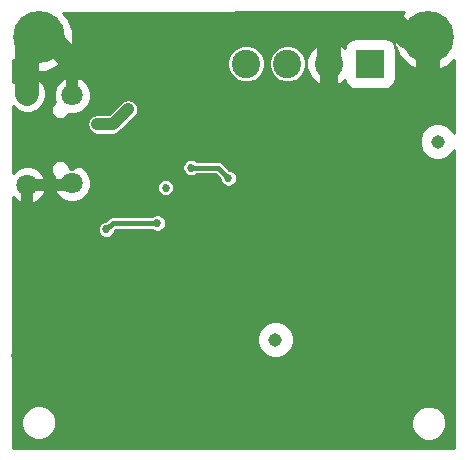
<source format=gbl>
G04 #@! TF.FileFunction,Copper,L2,Bot,Signal*
%FSLAX46Y46*%
G04 Gerber Fmt 4.6, Leading zero omitted, Abs format (unit mm)*
G04 Created by KiCad (PCBNEW 4.0.7) date 01/01/18 12:24:39*
%MOMM*%
%LPD*%
G01*
G04 APERTURE LIST*
%ADD10C,0.100000*%
%ADD11C,1.143000*%
%ADD12C,4.400000*%
%ADD13C,2.400000*%
%ADD14R,2.400000X2.400000*%
%ADD15C,1.800000*%
%ADD16C,0.685800*%
%ADD17C,2.000000*%
%ADD18C,0.800000*%
%ADD19C,1.000000*%
%ADD20C,1.500000*%
%ADD21C,0.381000*%
%ADD22C,0.400000*%
%ADD23C,0.254000*%
G04 APERTURE END LIST*
D10*
D11*
X158724600Y-101447600D03*
X172466000Y-84683600D03*
D12*
X171678600Y-75793600D03*
X138709400Y-75869800D03*
D13*
X159751000Y-78092300D03*
X156251000Y-78092300D03*
X163251000Y-78092300D03*
D14*
X166751000Y-78092300D03*
D15*
X141545300Y-80780800D03*
X141520300Y-88230800D03*
X137720300Y-80630800D03*
X137720300Y-88380800D03*
D16*
X149428200Y-88582500D03*
X136779000Y-90855800D03*
X157454600Y-85598000D03*
X136779000Y-101282500D03*
X136779000Y-103187500D03*
X136779000Y-105029000D03*
X146164300Y-78524100D03*
X145161000Y-86677500D03*
X141541500Y-86804500D03*
X154940000Y-91592400D03*
X167690800Y-85902800D03*
X166903400Y-82169000D03*
X165938200Y-82245200D03*
X169697400Y-104698800D03*
X168732200Y-104698800D03*
X172720000Y-96697800D03*
X171856400Y-95402400D03*
X171792900Y-98145600D03*
X171094400Y-96774000D03*
X170713400Y-104775000D03*
X171729400Y-104800400D03*
X171704000Y-103860600D03*
X172643800Y-103936800D03*
X171767500Y-101600000D03*
X172669200Y-101688900D03*
X173456600Y-103047800D03*
X173482000Y-103987600D03*
X173456600Y-104851200D03*
X172542200Y-105257600D03*
X171627800Y-105613200D03*
X170662600Y-105892600D03*
X169646600Y-106349800D03*
X168681400Y-106451400D03*
X166243000Y-107124500D03*
X166014400Y-108077000D03*
X165227000Y-108077000D03*
X165290500Y-107188000D03*
X164465000Y-107188000D03*
X164465000Y-108013500D03*
X161493200Y-87541100D03*
X161493200Y-86525100D03*
X161493200Y-85509100D03*
X160477200Y-85509100D03*
X160477200Y-86525100D03*
X160477200Y-87541100D03*
X145211800Y-76581000D03*
X149656800Y-77812900D03*
X154749500Y-87782400D03*
X151574500Y-86893400D03*
X144411700Y-92113100D03*
X148729700Y-91579700D03*
X146240500Y-81953100D03*
X143662400Y-83210400D03*
D17*
X163251000Y-78092300D02*
X163251000Y-75189200D01*
X163207700Y-75145900D02*
X163207700Y-75133200D01*
X163251000Y-75189200D02*
X163207700Y-75145900D01*
X171678600Y-75793600D02*
X169875200Y-75793600D01*
X169875200Y-75793600D02*
X168757600Y-74676000D01*
X171678600Y-75793600D02*
X171678600Y-79565500D01*
X171678600Y-79565500D02*
X171665900Y-79578200D01*
D18*
X136779000Y-90855800D02*
X136779000Y-90043000D01*
D19*
X137720300Y-88380800D02*
X137720300Y-90041500D01*
X137720300Y-90041500D02*
X137706100Y-90055700D01*
X137720300Y-88380800D02*
X141370300Y-88380800D01*
X141370300Y-88380800D02*
X141520300Y-88230800D01*
X141545300Y-80780800D02*
X141545300Y-78342500D01*
D17*
X141757400Y-78130400D02*
X139496800Y-75869800D01*
D18*
X141545300Y-78342500D02*
X141757400Y-78130400D01*
D17*
X137720300Y-80630800D02*
X137720300Y-76858900D01*
X137720300Y-76858900D02*
X138709400Y-75869800D01*
X138709400Y-75869800D02*
X139496800Y-75869800D01*
D20*
X163251000Y-78092300D02*
X163251000Y-80802600D01*
X163251000Y-80802600D02*
X163360100Y-80911700D01*
D21*
X163387800Y-78932800D02*
X163576000Y-79121000D01*
X157454600Y-85598000D02*
X157454600Y-84747100D01*
X136779000Y-101282500D02*
X136791700Y-101269800D01*
X136791700Y-101269800D02*
X136588500Y-100812600D01*
X136766300Y-103174800D02*
X136550400Y-102781100D01*
X136779000Y-103187500D02*
X136766300Y-103174800D01*
X136791700Y-105016300D02*
X136791700Y-104711500D01*
X136779000Y-105029000D02*
X136791700Y-105016300D01*
X138709400Y-75869800D02*
X140525500Y-75869800D01*
X138709400Y-75869800D02*
X138709400Y-76085700D01*
X171678600Y-75793600D02*
X171678600Y-75628500D01*
X171678600Y-75793600D02*
X169697400Y-75793600D01*
X171678600Y-75793600D02*
X171640500Y-75793600D01*
X171678600Y-75793600D02*
X171678600Y-77381100D01*
X171678600Y-75793600D02*
X171678600Y-77190600D01*
D22*
X146113500Y-78473300D02*
X145783300Y-78473300D01*
X146164300Y-78524100D02*
X146113500Y-78473300D01*
D21*
X145161000Y-86677500D02*
X142824200Y-86334600D01*
X142824200Y-86334600D02*
X141541500Y-86804500D01*
X155041600Y-91694000D02*
X155041600Y-92760800D01*
X154940000Y-91592400D02*
X155041600Y-91694000D01*
X167690800Y-85902800D02*
X167233600Y-85902800D01*
X166446200Y-81711800D02*
X166446200Y-81610200D01*
X166903400Y-82169000D02*
X166446200Y-81711800D01*
X165938200Y-82245200D02*
X165150800Y-82245200D01*
X168732200Y-104698800D02*
X169697400Y-104698800D01*
X171856400Y-95402400D02*
X172720000Y-96697800D01*
X171145200Y-96824800D02*
X171792900Y-98145600D01*
X171094400Y-96774000D02*
X171145200Y-96824800D01*
X171729400Y-104800400D02*
X171704000Y-104775000D01*
X171704000Y-104775000D02*
X170713400Y-104775000D01*
X171704000Y-103860600D02*
X171780200Y-103936800D01*
X171780200Y-103936800D02*
X172643800Y-103936800D01*
X172618400Y-101638100D02*
X171767500Y-101600000D01*
X172669200Y-101688900D02*
X172618400Y-101638100D01*
X173456600Y-103962200D02*
X173456600Y-103047800D01*
X173482000Y-103987600D02*
X173456600Y-103962200D01*
X172948600Y-104851200D02*
X173456600Y-104851200D01*
X172542200Y-105257600D02*
X172948600Y-104851200D01*
X170942000Y-105613200D02*
X171627800Y-105613200D01*
X170662600Y-105892600D02*
X170942000Y-105613200D01*
X168783000Y-106349800D02*
X169646600Y-106349800D01*
X168681400Y-106451400D02*
X168783000Y-106349800D01*
X166014400Y-108077000D02*
X166243000Y-107124500D01*
X165214300Y-107264200D02*
X165227000Y-108077000D01*
X165290500Y-107188000D02*
X165214300Y-107264200D01*
X164439600Y-107988100D02*
X164465000Y-107188000D01*
X164465000Y-108013500D02*
X164439600Y-107988100D01*
X161493200Y-86525100D02*
X161493200Y-87541100D01*
X160477200Y-85509100D02*
X161493200Y-85509100D01*
X160477200Y-87541100D02*
X160477200Y-86525100D01*
D22*
X145173700Y-76542900D02*
X144741900Y-76542900D01*
X145211800Y-76581000D02*
X145173700Y-76542900D01*
D21*
X149796500Y-77673200D02*
X150431500Y-77673200D01*
X149656800Y-77812900D02*
X149796500Y-77673200D01*
X154749500Y-87782400D02*
X153860500Y-86893400D01*
X153860500Y-86893400D02*
X151574500Y-86893400D01*
X144411700Y-92113100D02*
X144945100Y-91579700D01*
X144945100Y-91579700D02*
X148729700Y-91579700D01*
D19*
X146240500Y-81953100D02*
X144983200Y-83210400D01*
X144983200Y-83210400D02*
X143662400Y-83210400D01*
D23*
G36*
X169221533Y-74148737D02*
X168779105Y-75214224D01*
X168778098Y-76367915D01*
X168809607Y-76444173D01*
X168656417Y-76206109D01*
X168333874Y-75985725D01*
X167951000Y-75908191D01*
X165551000Y-75908191D01*
X165193318Y-75975493D01*
X164864809Y-76186883D01*
X164644425Y-76509426D01*
X164595707Y-76750003D01*
X164328669Y-76482498D01*
X163630591Y-76192631D01*
X162874725Y-76191971D01*
X162176143Y-76480619D01*
X161641198Y-77014631D01*
X161351331Y-77712709D01*
X161350671Y-78468575D01*
X161639319Y-79167157D01*
X162173331Y-79702102D01*
X162871409Y-79991969D01*
X163627275Y-79992629D01*
X164325857Y-79703981D01*
X164593989Y-79436316D01*
X164634193Y-79649982D01*
X164845583Y-79978491D01*
X165168126Y-80198875D01*
X165551000Y-80276409D01*
X167951000Y-80276409D01*
X168308682Y-80209107D01*
X168637191Y-79997717D01*
X168857575Y-79675174D01*
X168935109Y-79292300D01*
X168935109Y-76892300D01*
X168885223Y-76627178D01*
X169218666Y-77434172D01*
X170033737Y-78250667D01*
X171099224Y-78693095D01*
X172252915Y-78694102D01*
X173319172Y-78253534D01*
X173820755Y-77752826D01*
X173833510Y-83969157D01*
X173769511Y-83814266D01*
X173337607Y-83381609D01*
X172773010Y-83147167D01*
X172161672Y-83146634D01*
X171596666Y-83380089D01*
X171164009Y-83811993D01*
X170929567Y-84376590D01*
X170929034Y-84987928D01*
X171162489Y-85552934D01*
X171594393Y-85985591D01*
X172158990Y-86220033D01*
X172770328Y-86220566D01*
X173335334Y-85987111D01*
X173767991Y-85555207D01*
X173836427Y-85390396D01*
X173888139Y-110591600D01*
X136524825Y-110591600D01*
X136522327Y-108776697D01*
X137202743Y-108776697D01*
X137427737Y-109321223D01*
X137843985Y-109738199D01*
X138388118Y-109964143D01*
X138977297Y-109964657D01*
X139521823Y-109739663D01*
X139938799Y-109323415D01*
X140144722Y-108827497D01*
X170222743Y-108827497D01*
X170447737Y-109372023D01*
X170863985Y-109788999D01*
X171408118Y-110014943D01*
X171997297Y-110015457D01*
X172541823Y-109790463D01*
X172958799Y-109374215D01*
X173184743Y-108830082D01*
X173185257Y-108240903D01*
X172960263Y-107696377D01*
X172544015Y-107279401D01*
X171999882Y-107053457D01*
X171410703Y-107052943D01*
X170866177Y-107277937D01*
X170449201Y-107694185D01*
X170223257Y-108238318D01*
X170222743Y-108827497D01*
X140144722Y-108827497D01*
X140164743Y-108779282D01*
X140165257Y-108190103D01*
X139940263Y-107645577D01*
X139524015Y-107228601D01*
X138979882Y-107002657D01*
X138390703Y-107002143D01*
X137846177Y-107227137D01*
X137429201Y-107643385D01*
X137203257Y-108187518D01*
X137202743Y-108776697D01*
X136522327Y-108776697D01*
X136512658Y-101751928D01*
X157187634Y-101751928D01*
X157421089Y-102316934D01*
X157852993Y-102749591D01*
X158417590Y-102984033D01*
X159028928Y-102984566D01*
X159593934Y-102751111D01*
X160026591Y-102319207D01*
X160261033Y-101754610D01*
X160261566Y-101143272D01*
X160028111Y-100578266D01*
X159596207Y-100145609D01*
X159031610Y-99911167D01*
X158420272Y-99910634D01*
X157855266Y-100144089D01*
X157422609Y-100575993D01*
X157188167Y-101140590D01*
X157187634Y-101751928D01*
X136512658Y-101751928D01*
X136499588Y-92256461D01*
X143687675Y-92256461D01*
X143797650Y-92522621D01*
X144001108Y-92726435D01*
X144267076Y-92836874D01*
X144555061Y-92837125D01*
X144821221Y-92727150D01*
X145025035Y-92523692D01*
X145135474Y-92257724D01*
X145135526Y-92197497D01*
X145181823Y-92151200D01*
X148277346Y-92151200D01*
X148319108Y-92193035D01*
X148585076Y-92303474D01*
X148873061Y-92303725D01*
X149139221Y-92193750D01*
X149343035Y-91990292D01*
X149453474Y-91724324D01*
X149453725Y-91436339D01*
X149343750Y-91170179D01*
X149140292Y-90966365D01*
X148874324Y-90855926D01*
X148586339Y-90855675D01*
X148320179Y-90965650D01*
X148277555Y-91008200D01*
X144945105Y-91008200D01*
X144945100Y-91008199D01*
X144726397Y-91051702D01*
X144726395Y-91051703D01*
X144726396Y-91051703D01*
X144540988Y-91175588D01*
X144540986Y-91175591D01*
X144327450Y-91389127D01*
X144268339Y-91389075D01*
X144002179Y-91499050D01*
X143798365Y-91702508D01*
X143687926Y-91968476D01*
X143687675Y-92256461D01*
X136499588Y-92256461D01*
X136495682Y-89418762D01*
X136812789Y-89736423D01*
X137400644Y-89980522D01*
X138037163Y-89981077D01*
X138625443Y-89738005D01*
X139075923Y-89288311D01*
X139320022Y-88700456D01*
X139320577Y-88063937D01*
X139077505Y-87475657D01*
X138762867Y-87160469D01*
X139689164Y-87160469D01*
X139807814Y-87447623D01*
X140023381Y-87663567D01*
X139920578Y-87911144D01*
X139920023Y-88547663D01*
X140163095Y-89135943D01*
X140612789Y-89586423D01*
X141200644Y-89830522D01*
X141837163Y-89831077D01*
X142425443Y-89588005D01*
X142875923Y-89138311D01*
X143047187Y-88725861D01*
X148704175Y-88725861D01*
X148814150Y-88992021D01*
X149017608Y-89195835D01*
X149283576Y-89306274D01*
X149571561Y-89306525D01*
X149837721Y-89196550D01*
X150041535Y-88993092D01*
X150151974Y-88727124D01*
X150152225Y-88439139D01*
X150042250Y-88172979D01*
X149838792Y-87969165D01*
X149572824Y-87858726D01*
X149284839Y-87858475D01*
X149018679Y-87968450D01*
X148814865Y-88171908D01*
X148704426Y-88437876D01*
X148704175Y-88725861D01*
X143047187Y-88725861D01*
X143120022Y-88550456D01*
X143120577Y-87913937D01*
X142877505Y-87325657D01*
X142589114Y-87036761D01*
X150850475Y-87036761D01*
X150960450Y-87302921D01*
X151163908Y-87506735D01*
X151429876Y-87617174D01*
X151717861Y-87617425D01*
X151984021Y-87507450D01*
X152026645Y-87464900D01*
X153623776Y-87464900D01*
X154025527Y-87866650D01*
X154025475Y-87925761D01*
X154135450Y-88191921D01*
X154338908Y-88395735D01*
X154604876Y-88506174D01*
X154892861Y-88506425D01*
X155159021Y-88396450D01*
X155362835Y-88192992D01*
X155473274Y-87927024D01*
X155473525Y-87639039D01*
X155363550Y-87372879D01*
X155160092Y-87169065D01*
X154894124Y-87058626D01*
X154833897Y-87058574D01*
X154264612Y-86489288D01*
X154254914Y-86482808D01*
X154079204Y-86365403D01*
X154042918Y-86358185D01*
X153860500Y-86321899D01*
X153860495Y-86321900D01*
X152026854Y-86321900D01*
X151985092Y-86280065D01*
X151719124Y-86169626D01*
X151431139Y-86169375D01*
X151164979Y-86279350D01*
X150961165Y-86482808D01*
X150850726Y-86748776D01*
X150850475Y-87036761D01*
X142589114Y-87036761D01*
X142427811Y-86875177D01*
X141839956Y-86631078D01*
X141203437Y-86630523D01*
X141166576Y-86645754D01*
X141132786Y-86563977D01*
X140913279Y-86344086D01*
X140626332Y-86224936D01*
X140315631Y-86224664D01*
X140028477Y-86343314D01*
X139808586Y-86562821D01*
X139689436Y-86849768D01*
X139689164Y-87160469D01*
X138762867Y-87160469D01*
X138627811Y-87025177D01*
X138039956Y-86781078D01*
X137403437Y-86780523D01*
X136815157Y-87023595D01*
X136492828Y-87345362D01*
X136487136Y-83210400D01*
X142781400Y-83210400D01*
X142848462Y-83547544D01*
X143039439Y-83833361D01*
X143325256Y-84024338D01*
X143662400Y-84091400D01*
X144983200Y-84091400D01*
X145320344Y-84024338D01*
X145606161Y-83833361D01*
X146863461Y-82576061D01*
X147054438Y-82290244D01*
X147121500Y-81953100D01*
X147054438Y-81615956D01*
X146863461Y-81330139D01*
X146577644Y-81139162D01*
X146240500Y-81072100D01*
X145903356Y-81139162D01*
X145617539Y-81330139D01*
X144618278Y-82329400D01*
X143662400Y-82329400D01*
X143325256Y-82396462D01*
X143039439Y-82587439D01*
X142848462Y-82873256D01*
X142781400Y-83210400D01*
X136487136Y-83210400D01*
X136484999Y-81658061D01*
X136812789Y-81986423D01*
X137400644Y-82230522D01*
X138037163Y-82231077D01*
X138208047Y-82160469D01*
X139689164Y-82160469D01*
X139807814Y-82447623D01*
X140027321Y-82667514D01*
X140314268Y-82786664D01*
X140624969Y-82786936D01*
X140912123Y-82668286D01*
X141132014Y-82448779D01*
X141169958Y-82357399D01*
X141225644Y-82380522D01*
X141862163Y-82381077D01*
X142450443Y-82138005D01*
X142900923Y-81688311D01*
X143145022Y-81100456D01*
X143145577Y-80463937D01*
X142902505Y-79875657D01*
X142452811Y-79425177D01*
X141864956Y-79181078D01*
X141228437Y-79180523D01*
X140640157Y-79423595D01*
X140189677Y-79873289D01*
X139945578Y-80461144D01*
X139945023Y-81097663D01*
X140043892Y-81336945D01*
X140028477Y-81343314D01*
X139808586Y-81562821D01*
X139689436Y-81849768D01*
X139689164Y-82160469D01*
X138208047Y-82160469D01*
X138625443Y-81988005D01*
X139075923Y-81538311D01*
X139320022Y-80950456D01*
X139320577Y-80313937D01*
X139077505Y-79725657D01*
X138627811Y-79275177D01*
X138039956Y-79031078D01*
X137403437Y-79030523D01*
X136815157Y-79273595D01*
X136482175Y-79605996D01*
X136479608Y-77740916D01*
X137064537Y-78326867D01*
X138130024Y-78769295D01*
X139283715Y-78770302D01*
X140166843Y-78405401D01*
X154669726Y-78405401D01*
X154909912Y-78986695D01*
X155354266Y-79431825D01*
X155935140Y-79673025D01*
X156564101Y-79673574D01*
X157145395Y-79433388D01*
X157590525Y-78989034D01*
X157831725Y-78408160D01*
X157831727Y-78405401D01*
X158169726Y-78405401D01*
X158409912Y-78986695D01*
X158854266Y-79431825D01*
X159435140Y-79673025D01*
X160064101Y-79673574D01*
X160645395Y-79433388D01*
X161090525Y-78989034D01*
X161331725Y-78408160D01*
X161332274Y-77779199D01*
X161092088Y-77197905D01*
X160647734Y-76752775D01*
X160066860Y-76511575D01*
X159437899Y-76511026D01*
X158856605Y-76751212D01*
X158411475Y-77195566D01*
X158170275Y-77776440D01*
X158169726Y-78405401D01*
X157831727Y-78405401D01*
X157832274Y-77779199D01*
X157592088Y-77197905D01*
X157147734Y-76752775D01*
X156566860Y-76511575D01*
X155937899Y-76511026D01*
X155356605Y-76751212D01*
X154911475Y-77195566D01*
X154670275Y-77776440D01*
X154669726Y-78405401D01*
X140166843Y-78405401D01*
X140349972Y-78329734D01*
X141166467Y-77514663D01*
X141608895Y-76449176D01*
X141609902Y-75295485D01*
X141169334Y-74229228D01*
X140718941Y-73778048D01*
X169651540Y-73719480D01*
X169221533Y-74148737D01*
X169221533Y-74148737D01*
G37*
X169221533Y-74148737D02*
X168779105Y-75214224D01*
X168778098Y-76367915D01*
X168809607Y-76444173D01*
X168656417Y-76206109D01*
X168333874Y-75985725D01*
X167951000Y-75908191D01*
X165551000Y-75908191D01*
X165193318Y-75975493D01*
X164864809Y-76186883D01*
X164644425Y-76509426D01*
X164595707Y-76750003D01*
X164328669Y-76482498D01*
X163630591Y-76192631D01*
X162874725Y-76191971D01*
X162176143Y-76480619D01*
X161641198Y-77014631D01*
X161351331Y-77712709D01*
X161350671Y-78468575D01*
X161639319Y-79167157D01*
X162173331Y-79702102D01*
X162871409Y-79991969D01*
X163627275Y-79992629D01*
X164325857Y-79703981D01*
X164593989Y-79436316D01*
X164634193Y-79649982D01*
X164845583Y-79978491D01*
X165168126Y-80198875D01*
X165551000Y-80276409D01*
X167951000Y-80276409D01*
X168308682Y-80209107D01*
X168637191Y-79997717D01*
X168857575Y-79675174D01*
X168935109Y-79292300D01*
X168935109Y-76892300D01*
X168885223Y-76627178D01*
X169218666Y-77434172D01*
X170033737Y-78250667D01*
X171099224Y-78693095D01*
X172252915Y-78694102D01*
X173319172Y-78253534D01*
X173820755Y-77752826D01*
X173833510Y-83969157D01*
X173769511Y-83814266D01*
X173337607Y-83381609D01*
X172773010Y-83147167D01*
X172161672Y-83146634D01*
X171596666Y-83380089D01*
X171164009Y-83811993D01*
X170929567Y-84376590D01*
X170929034Y-84987928D01*
X171162489Y-85552934D01*
X171594393Y-85985591D01*
X172158990Y-86220033D01*
X172770328Y-86220566D01*
X173335334Y-85987111D01*
X173767991Y-85555207D01*
X173836427Y-85390396D01*
X173888139Y-110591600D01*
X136524825Y-110591600D01*
X136522327Y-108776697D01*
X137202743Y-108776697D01*
X137427737Y-109321223D01*
X137843985Y-109738199D01*
X138388118Y-109964143D01*
X138977297Y-109964657D01*
X139521823Y-109739663D01*
X139938799Y-109323415D01*
X140144722Y-108827497D01*
X170222743Y-108827497D01*
X170447737Y-109372023D01*
X170863985Y-109788999D01*
X171408118Y-110014943D01*
X171997297Y-110015457D01*
X172541823Y-109790463D01*
X172958799Y-109374215D01*
X173184743Y-108830082D01*
X173185257Y-108240903D01*
X172960263Y-107696377D01*
X172544015Y-107279401D01*
X171999882Y-107053457D01*
X171410703Y-107052943D01*
X170866177Y-107277937D01*
X170449201Y-107694185D01*
X170223257Y-108238318D01*
X170222743Y-108827497D01*
X140144722Y-108827497D01*
X140164743Y-108779282D01*
X140165257Y-108190103D01*
X139940263Y-107645577D01*
X139524015Y-107228601D01*
X138979882Y-107002657D01*
X138390703Y-107002143D01*
X137846177Y-107227137D01*
X137429201Y-107643385D01*
X137203257Y-108187518D01*
X137202743Y-108776697D01*
X136522327Y-108776697D01*
X136512658Y-101751928D01*
X157187634Y-101751928D01*
X157421089Y-102316934D01*
X157852993Y-102749591D01*
X158417590Y-102984033D01*
X159028928Y-102984566D01*
X159593934Y-102751111D01*
X160026591Y-102319207D01*
X160261033Y-101754610D01*
X160261566Y-101143272D01*
X160028111Y-100578266D01*
X159596207Y-100145609D01*
X159031610Y-99911167D01*
X158420272Y-99910634D01*
X157855266Y-100144089D01*
X157422609Y-100575993D01*
X157188167Y-101140590D01*
X157187634Y-101751928D01*
X136512658Y-101751928D01*
X136499588Y-92256461D01*
X143687675Y-92256461D01*
X143797650Y-92522621D01*
X144001108Y-92726435D01*
X144267076Y-92836874D01*
X144555061Y-92837125D01*
X144821221Y-92727150D01*
X145025035Y-92523692D01*
X145135474Y-92257724D01*
X145135526Y-92197497D01*
X145181823Y-92151200D01*
X148277346Y-92151200D01*
X148319108Y-92193035D01*
X148585076Y-92303474D01*
X148873061Y-92303725D01*
X149139221Y-92193750D01*
X149343035Y-91990292D01*
X149453474Y-91724324D01*
X149453725Y-91436339D01*
X149343750Y-91170179D01*
X149140292Y-90966365D01*
X148874324Y-90855926D01*
X148586339Y-90855675D01*
X148320179Y-90965650D01*
X148277555Y-91008200D01*
X144945105Y-91008200D01*
X144945100Y-91008199D01*
X144726397Y-91051702D01*
X144726395Y-91051703D01*
X144726396Y-91051703D01*
X144540988Y-91175588D01*
X144540986Y-91175591D01*
X144327450Y-91389127D01*
X144268339Y-91389075D01*
X144002179Y-91499050D01*
X143798365Y-91702508D01*
X143687926Y-91968476D01*
X143687675Y-92256461D01*
X136499588Y-92256461D01*
X136495682Y-89418762D01*
X136812789Y-89736423D01*
X137400644Y-89980522D01*
X138037163Y-89981077D01*
X138625443Y-89738005D01*
X139075923Y-89288311D01*
X139320022Y-88700456D01*
X139320577Y-88063937D01*
X139077505Y-87475657D01*
X138762867Y-87160469D01*
X139689164Y-87160469D01*
X139807814Y-87447623D01*
X140023381Y-87663567D01*
X139920578Y-87911144D01*
X139920023Y-88547663D01*
X140163095Y-89135943D01*
X140612789Y-89586423D01*
X141200644Y-89830522D01*
X141837163Y-89831077D01*
X142425443Y-89588005D01*
X142875923Y-89138311D01*
X143047187Y-88725861D01*
X148704175Y-88725861D01*
X148814150Y-88992021D01*
X149017608Y-89195835D01*
X149283576Y-89306274D01*
X149571561Y-89306525D01*
X149837721Y-89196550D01*
X150041535Y-88993092D01*
X150151974Y-88727124D01*
X150152225Y-88439139D01*
X150042250Y-88172979D01*
X149838792Y-87969165D01*
X149572824Y-87858726D01*
X149284839Y-87858475D01*
X149018679Y-87968450D01*
X148814865Y-88171908D01*
X148704426Y-88437876D01*
X148704175Y-88725861D01*
X143047187Y-88725861D01*
X143120022Y-88550456D01*
X143120577Y-87913937D01*
X142877505Y-87325657D01*
X142589114Y-87036761D01*
X150850475Y-87036761D01*
X150960450Y-87302921D01*
X151163908Y-87506735D01*
X151429876Y-87617174D01*
X151717861Y-87617425D01*
X151984021Y-87507450D01*
X152026645Y-87464900D01*
X153623776Y-87464900D01*
X154025527Y-87866650D01*
X154025475Y-87925761D01*
X154135450Y-88191921D01*
X154338908Y-88395735D01*
X154604876Y-88506174D01*
X154892861Y-88506425D01*
X155159021Y-88396450D01*
X155362835Y-88192992D01*
X155473274Y-87927024D01*
X155473525Y-87639039D01*
X155363550Y-87372879D01*
X155160092Y-87169065D01*
X154894124Y-87058626D01*
X154833897Y-87058574D01*
X154264612Y-86489288D01*
X154254914Y-86482808D01*
X154079204Y-86365403D01*
X154042918Y-86358185D01*
X153860500Y-86321899D01*
X153860495Y-86321900D01*
X152026854Y-86321900D01*
X151985092Y-86280065D01*
X151719124Y-86169626D01*
X151431139Y-86169375D01*
X151164979Y-86279350D01*
X150961165Y-86482808D01*
X150850726Y-86748776D01*
X150850475Y-87036761D01*
X142589114Y-87036761D01*
X142427811Y-86875177D01*
X141839956Y-86631078D01*
X141203437Y-86630523D01*
X141166576Y-86645754D01*
X141132786Y-86563977D01*
X140913279Y-86344086D01*
X140626332Y-86224936D01*
X140315631Y-86224664D01*
X140028477Y-86343314D01*
X139808586Y-86562821D01*
X139689436Y-86849768D01*
X139689164Y-87160469D01*
X138762867Y-87160469D01*
X138627811Y-87025177D01*
X138039956Y-86781078D01*
X137403437Y-86780523D01*
X136815157Y-87023595D01*
X136492828Y-87345362D01*
X136487136Y-83210400D01*
X142781400Y-83210400D01*
X142848462Y-83547544D01*
X143039439Y-83833361D01*
X143325256Y-84024338D01*
X143662400Y-84091400D01*
X144983200Y-84091400D01*
X145320344Y-84024338D01*
X145606161Y-83833361D01*
X146863461Y-82576061D01*
X147054438Y-82290244D01*
X147121500Y-81953100D01*
X147054438Y-81615956D01*
X146863461Y-81330139D01*
X146577644Y-81139162D01*
X146240500Y-81072100D01*
X145903356Y-81139162D01*
X145617539Y-81330139D01*
X144618278Y-82329400D01*
X143662400Y-82329400D01*
X143325256Y-82396462D01*
X143039439Y-82587439D01*
X142848462Y-82873256D01*
X142781400Y-83210400D01*
X136487136Y-83210400D01*
X136484999Y-81658061D01*
X136812789Y-81986423D01*
X137400644Y-82230522D01*
X138037163Y-82231077D01*
X138208047Y-82160469D01*
X139689164Y-82160469D01*
X139807814Y-82447623D01*
X140027321Y-82667514D01*
X140314268Y-82786664D01*
X140624969Y-82786936D01*
X140912123Y-82668286D01*
X141132014Y-82448779D01*
X141169958Y-82357399D01*
X141225644Y-82380522D01*
X141862163Y-82381077D01*
X142450443Y-82138005D01*
X142900923Y-81688311D01*
X143145022Y-81100456D01*
X143145577Y-80463937D01*
X142902505Y-79875657D01*
X142452811Y-79425177D01*
X141864956Y-79181078D01*
X141228437Y-79180523D01*
X140640157Y-79423595D01*
X140189677Y-79873289D01*
X139945578Y-80461144D01*
X139945023Y-81097663D01*
X140043892Y-81336945D01*
X140028477Y-81343314D01*
X139808586Y-81562821D01*
X139689436Y-81849768D01*
X139689164Y-82160469D01*
X138208047Y-82160469D01*
X138625443Y-81988005D01*
X139075923Y-81538311D01*
X139320022Y-80950456D01*
X139320577Y-80313937D01*
X139077505Y-79725657D01*
X138627811Y-79275177D01*
X138039956Y-79031078D01*
X137403437Y-79030523D01*
X136815157Y-79273595D01*
X136482175Y-79605996D01*
X136479608Y-77740916D01*
X137064537Y-78326867D01*
X138130024Y-78769295D01*
X139283715Y-78770302D01*
X140166843Y-78405401D01*
X154669726Y-78405401D01*
X154909912Y-78986695D01*
X155354266Y-79431825D01*
X155935140Y-79673025D01*
X156564101Y-79673574D01*
X157145395Y-79433388D01*
X157590525Y-78989034D01*
X157831725Y-78408160D01*
X157831727Y-78405401D01*
X158169726Y-78405401D01*
X158409912Y-78986695D01*
X158854266Y-79431825D01*
X159435140Y-79673025D01*
X160064101Y-79673574D01*
X160645395Y-79433388D01*
X161090525Y-78989034D01*
X161331725Y-78408160D01*
X161332274Y-77779199D01*
X161092088Y-77197905D01*
X160647734Y-76752775D01*
X160066860Y-76511575D01*
X159437899Y-76511026D01*
X158856605Y-76751212D01*
X158411475Y-77195566D01*
X158170275Y-77776440D01*
X158169726Y-78405401D01*
X157831727Y-78405401D01*
X157832274Y-77779199D01*
X157592088Y-77197905D01*
X157147734Y-76752775D01*
X156566860Y-76511575D01*
X155937899Y-76511026D01*
X155356605Y-76751212D01*
X154911475Y-77195566D01*
X154670275Y-77776440D01*
X154669726Y-78405401D01*
X140166843Y-78405401D01*
X140349972Y-78329734D01*
X141166467Y-77514663D01*
X141608895Y-76449176D01*
X141609902Y-75295485D01*
X141169334Y-74229228D01*
X140718941Y-73778048D01*
X169651540Y-73719480D01*
X169221533Y-74148737D01*
M02*

</source>
